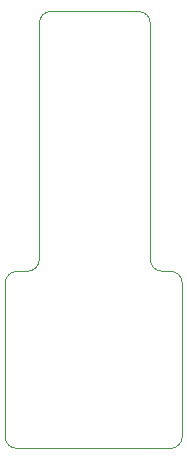
<source format=gbr>
%TF.GenerationSoftware,KiCad,Pcbnew,(6.0.11)*%
%TF.CreationDate,2023-12-04T14:39:31+00:00*%
%TF.ProjectId,EcoIDSolder,45636f49-4453-46f6-9c64-65722e6b6963,rev?*%
%TF.SameCoordinates,Original*%
%TF.FileFunction,Profile,NP*%
%FSLAX46Y46*%
G04 Gerber Fmt 4.6, Leading zero omitted, Abs format (unit mm)*
G04 Created by KiCad (PCBNEW (6.0.11)) date 2023-12-04 14:39:31*
%MOMM*%
%LPD*%
G01*
G04 APERTURE LIST*
%TA.AperFunction,Profile*%
%ADD10C,0.100000*%
%TD*%
G04 APERTURE END LIST*
D10*
X142000000Y-91800000D02*
G75*
G03*
X143000000Y-90800000I1J999999D01*
G01*
X152400000Y-70800000D02*
G75*
G03*
X151400000Y-69800000I-999999J1D01*
G01*
X144000000Y-69800000D02*
G75*
G03*
X143000000Y-70800000I-1J-999999D01*
G01*
X141107107Y-91807107D02*
G75*
G03*
X140107107Y-92807107I-1J-999999D01*
G01*
X152400000Y-90800000D02*
G75*
G03*
X153400000Y-91800000I999999J-1D01*
G01*
X155099999Y-92800001D02*
G75*
G03*
X154099999Y-91800001I-999999J1D01*
G01*
X154100000Y-106800000D02*
G75*
G03*
X155100000Y-105800000I1J999999D01*
G01*
X140100000Y-105800000D02*
G75*
G03*
X141100000Y-106800000I1000000J0D01*
G01*
X153400000Y-91800000D02*
X154099999Y-91800001D01*
X155099999Y-92800001D02*
X155100000Y-105800000D01*
X141100000Y-106800000D02*
X154100000Y-106800000D01*
X140107107Y-92807107D02*
X140100000Y-105800000D01*
X142000000Y-91800000D02*
X141107107Y-91807107D01*
X152400000Y-70800000D02*
X152400000Y-90800000D01*
X143000000Y-90800000D02*
X143000000Y-70800000D01*
X144000000Y-69800000D02*
X151400000Y-69800000D01*
M02*

</source>
